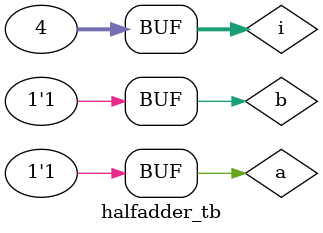
<source format=v>

`timescale 1ns/100ps
`include "halfadder.v"

module halfadder_tb;
  reg a, b;
  wire carry, sum;
  
  halfadder uut (.a(a), .b(b), .carry(carry), .sum(sum));
  initial
    begin 
      //$dumpfile("dump.vcd"); $dumpvars(1, tb_Adder4bit);
      $monitor(" a=%b, b=%b, s=%b, carry =%b",a,b,sum, carry); //USE MONITOR
      //$dumpvars(0,halfadder_tb);
    end

integer i;
  
  initial 
    begin
      //initialize  
      for (i=0; i<4; i=i+1) begin
        {a, b}=i;  //treating a & b as one binary number with MSB=a
       #10;
    end
    end
endmodule




</source>
